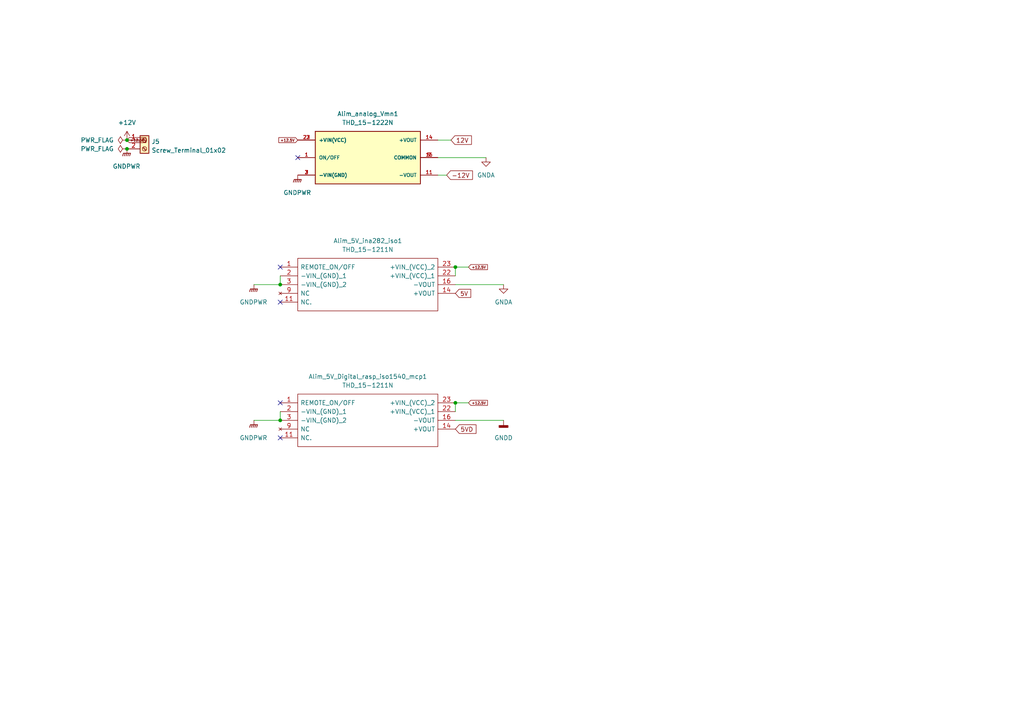
<source format=kicad_sch>
(kicad_sch (version 20211123) (generator eeschema)
  (paper "A4")
  (lib_symbols
    (symbol "Connector:Screw_Terminal_01x02" (pin_names (offset 1.016) hide)
      (property "Reference" "J" (at 0 2.54 0))
      (property "Value" "Screw_Terminal_01x02" (at 0 -5.08 0))
      (symbol "Screw_Terminal_01x02_1_1"
        (rectangle (start -1.27 1.27) (end 1.27 -3.81) (stroke (width 0.254)) (fill (type background)))
        (circle (center 0 -2.54) (radius 0.635) (stroke (width 0.1524)))
        (polyline (pts (xy -0.5334 -2.2098) (xy 0.3302 -3.048)) (stroke (width 0.1524)))
        (polyline (pts (xy -0.5334 0.3302) (xy 0.3302 -0.508)) (stroke (width 0.1524)))
        (polyline (pts (xy -0.3556 -2.032) (xy 0.508 -2.8702)) (stroke (width 0.1524)))
        (polyline (pts (xy -0.3556 0.508) (xy 0.508 -0.3302)) (stroke (width 0.1524)))
        (circle (center 0 0) (radius 0.635) (stroke (width 0.1524)))
        (pin passive line (at -5.08 0 0) (length 3.81) (name "Pin_1") (number "1"))
        (pin passive line (at -5.08 -2.54 0) (length 3.81) (name "Pin_2") (number "2"))
      )
    )
    (symbol "THD_15-1211N:THD_15-1211N" (pin_names (offset 0.762))
      (property "Reference" "Alim_5V_ina282_iso1" (at 25.4 7.62 0))
      (property "Value" "THD_15-1211N" (at 25.4 5.08 0))
      (symbol "THD_15-1211N_0_0"
        (pin passive line (at 0 0 0) (length 5.08) (name "REMOTE_ON/OFF") (number "1"))
        (pin passive line (at 0 -10.16 0) (length 5.08) (name "NC.") (number "11"))
        (pin power_out line (at 50.8 -7.62 180) (length 5.08) (name "+VOUT") (number "14"))
        (pin power_out line (at 50.8 -5.08 180) (length 5.08) (name "-VOUT") (number "16"))
        (pin power_in line (at 0 -2.54 0) (length 5.08) (name "-VIN_(GND)_1") (number "2"))
        (pin power_in line (at 50.8 -2.54 180) (length 5.08) (name "+VIN_(VCC)_1") (number "22"))
        (pin power_in line (at 50.8 0 180) (length 5.08) (name "+VIN_(VCC)_2") (number "23"))
        (pin power_in line (at 0 -5.08 0) (length 5.08) (name "-VIN_(GND)_2") (number "3"))
        (pin no_connect line (at 0 -7.62 0) (length 5.08) (name "NC") (number "9"))
      )
      (symbol "THD_15-1211N_0_1"
        (polyline (pts (xy 5.08 2.54) (xy 45.72 2.54) (xy 45.72 -12.7) (xy 5.08 -12.7) (xy 5.08 2.54)) (stroke (width 0.1524)))
      )
    )
    (symbol "THD_15-1211N_1" (pin_names (offset 0.762))
      (property "Reference" "Alim_5V_Digital_rasp_iso1540_mcp1" (at 25.4 7.62 0))
      (property "Value" "THD_15-1211N" (at 25.4 5.08 0))
      (symbol "THD_15-1211N_1_0_0"
        (pin passive line (at 0 0 0) (length 5.08) (name "REMOTE_ON/OFF") (number "1"))
        (pin passive line (at 0 -10.16 0) (length 5.08) (name "NC.") (number "11"))
        (pin power_out line (at 50.8 -7.62 180) (length 5.08) (name "+VOUT") (number "14"))
        (pin power_out line (at 50.8 -5.08 180) (length 5.08) (name "-VOUT") (number "16"))
        (pin power_in line (at 0 -2.54 0) (length 5.08) (name "-VIN_(GND)_1") (number "2"))
        (pin power_in line (at 50.8 -2.54 180) (length 5.08) (name "+VIN_(VCC)_1") (number "22"))
        (pin power_in line (at 50.8 0 180) (length 5.08) (name "+VIN_(VCC)_2") (number "23"))
        (pin power_in line (at 0 -5.08 0) (length 5.08) (name "-VIN_(GND)_2") (number "3"))
        (pin no_connect line (at 0 -7.62 0) (length 5.08) (name "NC") (number "9"))
      )
      (symbol "THD_15-1211N_1_0_1"
        (polyline (pts (xy 5.08 2.54) (xy 45.72 2.54) (xy 45.72 -12.7) (xy 5.08 -12.7) (xy 5.08 2.54)) (stroke (width 0.1524)))
      )
    )
    (symbol "THD_15-1222N:THD_15-1222N" (pin_names (offset 1.016))
      (property "Reference" "Alim_analog_Vmn1" (at 0 12.7 0))
      (property "Value" "THD_15-1222N" (at 0 10.16 0))
      (symbol "THD_15-1222N_0_0"
        (rectangle (start -15.24 -7.62) (end 15.24 7.62) (stroke (width 0.254)) (fill (type background)))
        (pin input line (at -20.32 0 0) (length 5.08) (name "ON/OFF") (number "1"))
        (pin power_out line (at 20.32 -5.08 180) (length 5.08) (name "-VOUT") (number "11"))
        (pin power_out line (at 20.32 5.08 180) (length 5.08) (name "+VOUT") (number "14"))
        (pin passive line (at 20.32 0 180) (length 5.08) (name "COMMON") (number "16"))
        (pin input line (at -20.32 -5.08 0) (length 5.08) (name "-VIN(GND)") (number "2"))
        (pin input line (at -20.32 5.08 0) (length 5.08) (name "+VIN(VCC)") (number "22"))
        (pin input line (at -20.32 5.08 0) (length 5.08) (name "+VIN(VCC)") (number "23"))
        (pin input line (at -20.32 -5.08 0) (length 5.08) (name "-VIN(GND)") (number "3"))
        (pin passive line (at 20.32 0 180) (length 5.08) (name "COMMON") (number "9"))
      )
    )
    (symbol "power:+12V" (power) (pin_names (offset 0))
      (property "Value" "+12V" (at 0 3.556 0))
      (symbol "+12V_0_1"
        (polyline (pts (xy -0.762 1.27) (xy 0 2.54)))
        (polyline (pts (xy 0 0) (xy 0 2.54)))
        (polyline (pts (xy 0 2.54) (xy 0.762 1.27)))
      )
      (symbol "+12V_1_1"
        (pin power_in line (at 0 0 90) (length 0) hide (name "+12V") (number "1"))
      )
    )
    (symbol "power:GNDA" (power) (pin_names (offset 0))
      (property "Value" "GNDA" (at 0 -3.81 0))
      (symbol "GNDA_0_1"
        (polyline (pts (xy 0 0) (xy 0 -1.27) (xy 1.27 -1.27) (xy 0 -2.54) (xy -1.27 -1.27) (xy 0 -1.27)))
      )
      (symbol "GNDA_1_1"
        (pin power_in line (at 0 0 270) (length 0) hide (name "GNDA") (number "1"))
      )
    )
    (symbol "power:GNDD" (power) (pin_names (offset 0))
      (property "Value" "GNDD" (at 0 -3.175 0))
      (symbol "GNDD_0_1"
        (rectangle (start -1.27 -1.524) (end 1.27 -2.032) (stroke (width 0.254)) (fill (type outline)))
        (polyline (pts (xy 0 0) (xy 0 -1.524)))
      )
      (symbol "GNDD_1_1"
        (pin power_in line (at 0 0 270) (length 0) hide (name "GNDD") (number "1"))
      )
    )
    (symbol "power:GNDPWR" (power) (pin_names (offset 0))
      (property "Value" "GNDPWR" (at 0 -3.302 0))
      (symbol "GNDPWR_0_1"
        (polyline (pts (xy 0 -1.27) (xy 0 0)))
        (polyline (pts (xy -1.016 -1.27) (xy -1.27 -2.032) (xy -1.27 -2.032)) (stroke (width 0.2032)))
        (polyline (pts (xy -0.508 -1.27) (xy -0.762 -2.032) (xy -0.762 -2.032)) (stroke (width 0.2032)))
        (polyline (pts (xy 0 -1.27) (xy -0.254 -2.032) (xy -0.254 -2.032)) (stroke (width 0.2032)))
        (polyline (pts (xy 0.508 -1.27) (xy 0.254 -2.032) (xy 0.254 -2.032)) (stroke (width 0.2032)))
        (polyline (pts (xy 1.016 -1.27) (xy -1.016 -1.27) (xy -1.016 -1.27)) (stroke (width 0.2032)))
        (polyline (pts (xy 1.016 -1.27) (xy 0.762 -2.032) (xy 0.762 -2.032) (xy 0.762 -2.032)) (stroke (width 0.2032)))
      )
      (symbol "GNDPWR_1_1"
        (pin power_in line (at 0 0 270) (length 0) hide (name "GNDPWR") (number "1"))
      )
    )
    (symbol "power:PWR_FLAG" (power) (pin_numbers hide) (pin_names (offset 0) hide)
      (property "Value" "PWR_FLAG" (at 0 3.81 0))
      (symbol "PWR_FLAG_0_0"
        (pin power_out line (at 0 0 90) (length 0) (name "pwr") (number "1"))
      )
      (symbol "PWR_FLAG_0_1"
        (polyline (pts (xy 0 0) (xy 0 1.27) (xy -1.016 1.905) (xy 0 2.54) (xy 1.016 1.905) (xy 0 1.27)))
      )
    )
  )
  (junction (at 81.28 121.92))
  (junction (at 132.08 116.84))
  (junction (at 36.83 43.18))
  (junction (at 36.83 40.64))
  (junction (at 81.28 82.55))
  (junction (at 132.08 77.47))
  (no_connect (at 81.28 87.63))
  (no_connect (at 81.28 77.47))
  (no_connect (at 81.28 116.84))
  (no_connect (at 86.36 45.72))
  (no_connect (at 81.28 127))
  (wire (pts (xy 132.08 121.92) (xy 146.05 121.92)))
  (wire (pts (xy 81.28 80.01) (xy 81.28 82.55)))
  (wire (pts (xy 132.08 116.84) (xy 135.89 116.84)))
  (wire (pts (xy 81.28 119.38) (xy 81.28 121.92)))
  (wire (pts (xy 73.66 121.92) (xy 81.28 121.92)))
  (wire (pts (xy 73.66 82.55) (xy 81.28 82.55)))
  (wire (pts (xy 132.08 116.84) (xy 132.08 119.38)))
  (wire (pts (xy 132.08 82.55) (xy 146.05 82.55)))
  (wire (pts (xy 132.08 77.47) (xy 132.08 80.01)))
  (wire (pts (xy 130.81 40.64) (xy 127 40.64)))
  (wire (pts (xy 127 45.72) (xy 140.97 45.72)))
  (wire (pts (xy 129.54 50.8) (xy 127 50.8)))
  (wire (pts (xy 132.08 77.47) (xy 135.89 77.47)))
  (global_label "+12.5V" (shape input) (at 135.89 116.84 0) (effects (font (size 0.75 0.75))) (property "Intersheet References" "${INTERSHEET_REFS}" (effects hide)))
  (global_label "5VD" (shape input) (at 132.08 124.46 0) (property "Intersheet References" "${INTERSHEET_REFS}" (effects hide)))
  (global_label "+12.5V" (shape input) (at 86.36 40.64 180) (effects (font (size 0.75 0.75))) (property "Intersheet References" "${INTERSHEET_REFS}" (effects hide)))
  (global_label "5V" (shape input) (at 132.08 85.09 0) (effects (font (size 1.2 1.2))) (property "Intersheet References" "${INTERSHEET_REFS}" (effects hide)))
  (global_label "12V" (shape input) (at 130.81 40.64 0) (property "Intersheet References" "${INTERSHEET_REFS}" (effects hide)))
  (global_label "-12V" (shape input) (at 129.54 50.8 0) (property "Intersheet References" "${INTERSHEET_REFS}" (effects hide)))
  (global_label "+12.5V" (shape input) (at 135.89 77.47 0) (effects (font (size 0.75 0.75))) (property "Intersheet References" "${INTERSHEET_REFS}" (effects hide)))
  (global_label "+12.5V" (shape input) (at 36.83 40.64 0) (effects (font (size 0.75 0.75))) (property "Intersheet References" "${INTERSHEET_REFS}" (effects hide)))
  (symbol (lib_id "power:GNDA") (at 140.97 45.72 0) (unit 1)
    (property "Reference" "#PWR037" (effects hide))
    (property "Value" "GNDA" (at 140.97 50.8 0))
  )
  (symbol (lib_id "power:GNDA") (at 146.05 82.55 0) (unit 1)
    (property "Reference" "#PWR038" (effects hide))
    (property "Value" "GNDA" (at 146.05 87.63 0))
  )
  (symbol (lib_id "Connector:Screw_Terminal_01x02") (at 41.91 40.64 0) (unit 1)
    (property "Reference" "J5" (at 43.942 41.0753 0) (effects (justify left)))
    (property "Value" "Screw_Terminal_01x02" (at 43.942 43.6122 0) (effects (justify left)))
    (property "Footprint" "TerminalBlock_Phoenix:TerminalBlock_Phoenix_MKDS-1,5-2-5.08_1x02_P5.08mm_Horizontal" (effects hide))
  )
  (symbol (lib_id "THD_15-1222N:THD_15-1222N") (at 106.68 45.72 0) (unit 1)
    (property "Reference" "Alim_analog_Vmn1" (at 106.68 33.02 0))
    (property "Value" "THD_15-1222N" (at 106.68 35.56 0))
    (property "Footprint" "THD_15-1222N:CONV_THD_15-1222N" (effects hide))
    (property "MANUFACTURER" "Traco Power" (effects hide))
    (property "MAXIMUM_PACKAGE_HEIGHT" "10.7mm" (effects hide))
    (property "PARTREV" "July 27, 2020" (effects hide))
    (property "STANDARD" "IPC 7351B" (effects hide))
  )
  (symbol (lib_id "power:GNDPWR") (at 73.66 121.92 0) (unit 1)
    (property "Reference" "#PWR035" (effects hide))
    (property "Value" "GNDPWR" (at 73.533 127 0))
  )
  (symbol (lib_id "power:GNDPWR") (at 73.66 82.55 0) (unit 1)
    (property "Reference" "#PWR034" (effects hide))
    (property "Value" "GNDPWR" (at 73.533 87.63 0))
  )
  (symbol (lib_id "power:GNDPWR") (at 36.83 43.18 0) (unit 1)
    (property "Reference" "#PWR033" (effects hide))
    (property "Value" "GNDPWR" (at 36.703 48.26 0))
  )
  (symbol (lib_id "power:+12V") (at 36.83 40.64 0) (unit 1)
    (property "Reference" "#PWR032" (effects hide))
    (property "Value" "+12V" (at 36.83 35.56 0))
  )
  (symbol (lib_id "power:PWR_FLAG") (at 36.83 43.18 90) (unit 1)
    (property "Reference" "#FLG02" (effects hide))
    (property "Value" "PWR_FLAG" (at 33.02 43.1799 90) (effects (justify left)))
  )
  (symbol (lib_name "THD_15-1211N_1") (lib_id "THD_15-1211N:THD_15-1211N") (at 81.28 116.84 0) (unit 1)
    (property "Reference" "Alim_5V_Digital_rasp_iso1540_mcp1" (at 106.68 109.22 0))
    (property "Value" "THD_15-1211N" (at 106.68 111.76 0))
    (property "Footprint" "THD_15-1211N:THD151211N" (effects hide))
    (property "Datasheet" "https://tracopower.com/thd15n-datasheet/" (effects hide))
    (property "Description" "15 Watt DC/DC converter, industrial, 2:1 input, encapsulated, DIP-24" (effects hide))
    (property "Height" "10.7" (effects hide))
    (property "Manufacturer_Name" "Traco Power" (effects hide))
    (property "Manufacturer_Part_Number" "THD 15-1211N" (effects hide))
    (property "Mouser Part Number" "495-THD15-1211N" (effects hide))
    (property "Mouser Price/Stock" "https://www.mouser.co.uk/ProductDetail/TRACO-Power/THD-15-1211N?qs=ckJk83FOD0X2IyoEoPcnmg%3D%3D" (effects hide))
  )
  (symbol (lib_id "power:GNDD") (at 146.05 121.92 0) (unit 1)
    (property "Reference" "#PWR039" (effects hide))
    (property "Value" "GNDD" (at 146.05 127 0))
  )
  (symbol (lib_id "power:PWR_FLAG") (at 36.83 40.64 90) (unit 1)
    (property "Reference" "#FLG01" (effects hide))
    (property "Value" "PWR_FLAG" (at 33.02 40.6399 90) (effects (justify left)))
  )
  (symbol (lib_id "THD_15-1211N:THD_15-1211N") (at 81.28 77.47 0) (unit 1)
    (property "Reference" "Alim_5V_ina282_iso1" (at 106.68 69.85 0))
    (property "Value" "THD_15-1211N" (at 106.68 72.39 0))
    (property "Footprint" "THD_15-1211N:THD151211N" (effects hide))
    (property "Datasheet" "https://tracopower.com/thd15n-datasheet/" (effects hide))
    (property "Description" "15 Watt DC/DC converter, industrial, 2:1 input, encapsulated, DIP-24" (effects hide))
    (property "Height" "10.7" (effects hide))
    (property "Manufacturer_Name" "Traco Power" (effects hide))
    (property "Manufacturer_Part_Number" "THD 15-1211N" (effects hide))
    (property "Mouser Part Number" "495-THD15-1211N" (effects hide))
    (property "Mouser Price/Stock" "https://www.mouser.co.uk/ProductDetail/TRACO-Power/THD-15-1211N?qs=ckJk83FOD0X2IyoEoPcnmg%3D%3D" (effects hide))
  )
  (symbol (lib_id "power:GNDPWR") (at 86.36 50.8 0) (unit 1)
    (property "Reference" "#PWR036" (effects hide))
    (property "Value" "GNDPWR" (at 86.233 55.88 0))
  )
)
</source>
